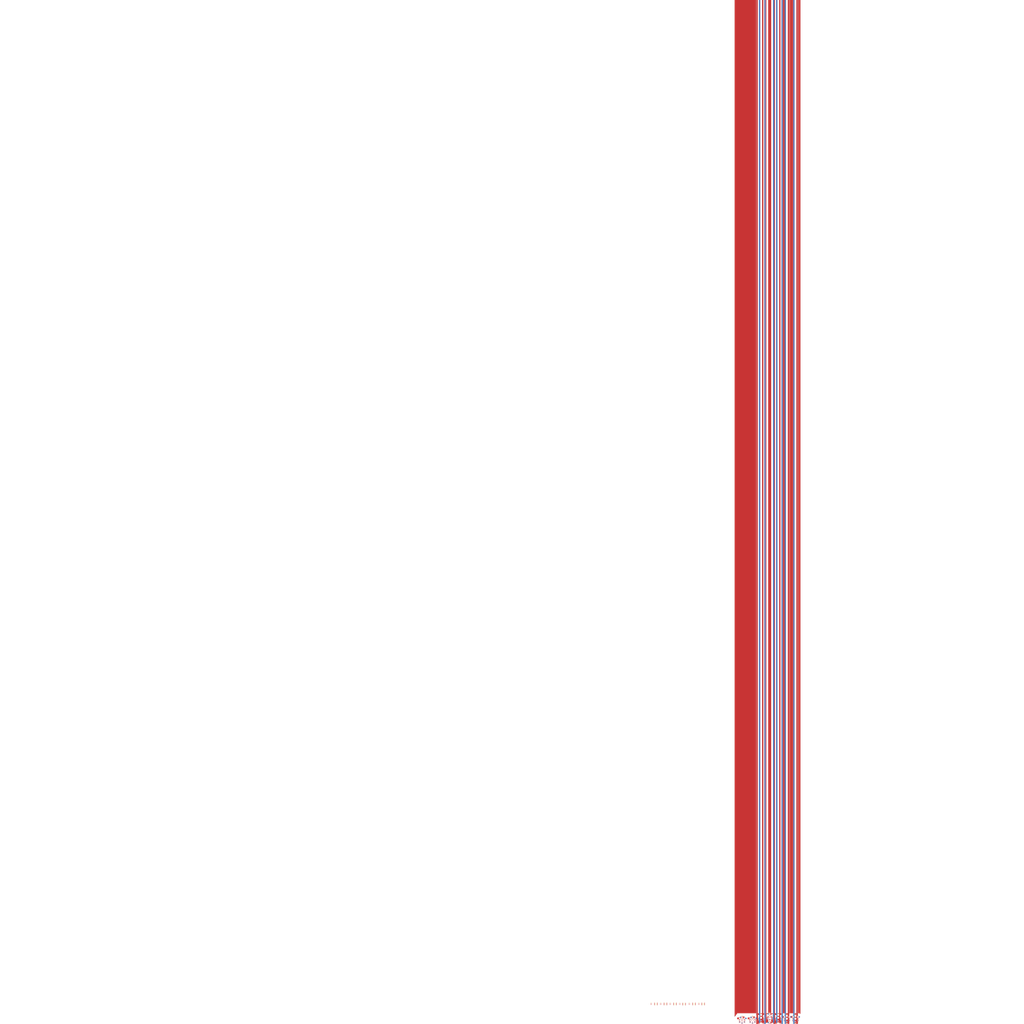
<source format=kicad_pcb>
(kicad_pcb (version 20211014) (generator pcbnew)
  (layers (0 "F.Cu" signal) (31 "B.Cu" signal) (34 "B.Paste" user) (35 "F.Paste" user) (36 "B.SilkS" user "B.Silkscreen") (37 "F.SilkS" user "F.Silkscreen") (38 "B.Mask" user) (39 "F.Mask" user) (44 "Edge.Cuts" user))
  (net 0 "")
  (net 2 "GND")
  (net 3 "+3V3")
  (net 10 "/4")
  (net 11 "/3")
  (net 12 "/2")
  (net 13 "/1")
  (net 14 "/MISO")
  (net 15 "Net-(IC1-Pad10)")
  (net 16 "/8")
  (net 17 "/7")
  (net 18 "/6")
  (net 19 "/5")
  (net 20 "/13")
  (net 21 "/14")
  (net 22 "/15")
  (net 23 "/16")
  (net 24 "Net-(IC2-Pad10)")
  (net 25 "/9")
  (net 26 "/10")
  (net 27 "/11")
  (net 28 "/12")
  (net 29 "/20")
  (net 30 "/19")
  (net 31 "/18")
  (net 32 "/17")
  (net 33 "Net-(IC3-Pad10)")
  (net 34 "/24")
  (net 35 "/23")
  (net 36 "/22")
  (net 37 "/21")
  (net 38 "/28")
  (net 39 "/27")
  (net 40 "/26")
  (net 41 "/25")
  (net 42 "Net-(IC4-Pad10)")
  (net 43 "/32")
  (net 44 "/31")
  (net 45 "/30")
  (net 46 "/29")
  (net 47 "/36")
  (net 48 "/35")
  (net 49 "/34")
  (net 50 "/33")
  (net 51 "Net-(IC5-Pad10)")
  (net 52 "/40")
  (net 53 "/39")
  (net 54 "/38")
  (net 55 "/37")
  (net 56 "/44")
  (net 57 "/43")
  (net 58 "/42")
  (net 59 "/41")
  (net 60 "/48")
  (net 61 "/47")
  (net 62 "/46")
  (net 63 "/45")
  (net 121 "/PL")
  (net 122 "/CLK")
  (net 123 "/CE")
  (footprint "Component_lib:Kailh_socket_PG1350_optional_reversible" (layer "F.Cu") (at 108 124)
    (fp_text reference "SW29")
    (fp_text value "SW_Push")
  )
  (footprint "Component_lib:Kailh_socket_PG1350_optional_reversible" (layer "F.Cu") (at 108 142)
    (fp_text reference "SW30")
    (fp_text value "SW_Push")
  )
  (footprint "Component_lib:Kailh_socket_PG1350_optional_reversible" (layer "F.Cu") (at 126 90)
    (fp_text reference "SW35")
    (fp_text value "SW_Push")
  )
  (footprint "Component_lib:SOP65P640X120-16N" (layer "F.Cu") (at -108.6 23)
    (fp_text reference "IC3")
    (fp_text value "SN74HC165PWR" hide)
  )
  (footprint "Component_lib:Kailh_socket_PG1350_optional_reversible" (layer "F.Cu") (at 54 129)
    (fp_text reference "SW8")
    (fp_text value "SW_Push")
  )
  (footprint "Component_lib:Kailh_socket_PG1350_optional_reversible" (layer "F.Cu") (at 126 126)
    (fp_text reference "SW37")
    (fp_text value "SW_Push")
  )
  (footprint "Component_lib:Kailh_socket_PG1350_optional_reversible" (layer "F.Cu") (at 108 52)
    (fp_text reference "SW25")
    (fp_text value "SW_Push")
  )
  (footprint "Component_lib:pmk-v1" (layer "F.Cu") (at 103.75 122.25)
    (fp_text reference "G***")
    (fp_text value "LOGO" hide)
  )
  (footprint "Component_lib:Kailh_socket_PG1350_optional_reversible" (layer "F.Cu") (at 72 106)
    (fp_text reference "SW13")
    (fp_text value "SW_Push")
  )
  (footprint "Component_lib:Kailh_socket_PG1350_optional_reversible" (layer "F.Cu") (at 162 143 -30)
    (fp_text reference "SW46")
    (fp_text value "SW_Push")
  )
  (footprint "Resistor_SMD:R_Array_Convex_8x0602" (layer "F.Cu") (at -78.6 23)
    (fp_text reference "RN5")
    (fp_text value "R_Network08")
  )
  (footprint "Component_lib:Kailh_socket_PG1350_optional_reversible" (layer "F.Cu") (at 32 57)
    (fp_text reference "SW1")
    (fp_text value "SW_Push")
  )
  (footprint "Component_lib:Kailh_socket_PG1350_optional_reversible" (layer "F.Cu") (at 72 70)
    (fp_text reference "SW15")
    (fp_text value "SW_Push")
  )
  (footprint "Resistor_SMD:R_Array_Convex_8x0602" (layer "F.Cu") (at -118.6 23)
    (fp_text reference "RN3")
    (fp_text value "R_Network08")
  )
  (footprint "Component_lib:SOP65P640X120-16N" (layer "F.Cu") (at -68.6 23)
    (fp_text reference "IC5")
    (fp_text value "SN74HC165PWR" hide)
  )
  (footprint "Component_lib:Kailh_socket_PG1350_optional_reversible" (layer "F.Cu") (at 90 121.8)
    (fp_text reference "SW32")
    (fp_text value "SW_Push")
  )
  (footprint "Resistor_SMD:R_Array_Convex_8x0602" (layer "F.Cu") (at -98.6 23)
    (fp_text reference "RN4")
    (fp_text value "R_Network08")
  )
  (footprint "Component_lib:Kailh_socket_PG1350_optional_reversible" (layer "F.Cu") (at 32 75)
    (fp_text reference "SW2")
    (fp_text value "SW_Push")
  )
  (footprint "Component_lib:Kailh_socket_PG1350_optional_reversible" (layer "F.Cu") (at 90 104)
    (fp_text reference "SW20")
    (fp_text value "SW_Push")
  )
  (footprint "Component_lib:Kailh_socket_PG1350_optional_reversible" (layer "F.Cu") (at 72 123.8)
    (fp_text reference "SW21")
    (fp_text value "SW_Push")
  )
  (footprint "Component_lib:QFN40P700X700X90-57N-D" (layer "F.Cu") (at 96.8 150.6)
    (fp_text reference "IC7")
    (fp_text value "ESP32-S2FH4" hide)
  )
  (footprint "Component_lib:Kailh_socket_PG1350_optional_reversible" (layer "F.Cu") (at 108 106)
    (fp_text reference "SW28")
    (fp_text value "SW_Push")
  )
  (footprint "Component_lib:Kailh_socket_PG1350_optional_reversible" (layer "F.Cu") (at 54 147)
    (fp_text reference "SW7")
    (fp_text value "SW_Push")
  )
  (footprint "Component_lib:Kailh_socket_PG1350_optional_reversible" (layer "F.Cu") (at 144 54)
    (fp_text reference "SW41")
    (fp_text value "SW_Push")
  )
  (footprint "Component_lib:Kailh_socket_PG1350_optional_reversible" (layer "F.Cu") (at 54 93)
    (fp_text reference "SW11")
    (fp_text value "SW_Push")
  )
  (footprint "Component_lib:Kailh_socket_PG1350_optional_reversible" (layer "F.Cu") (at 90 50)
    (fp_text reference "SW17")
    (fp_text value "SW_Push")
  )
  (footprint "Component_lib:Kailh_socket_PG1350_optional_reversible" (layer "F.Cu") (at 144 72)
    (fp_text reference "SW42")
    (fp_text value "SW_Push")
  )
  (footprint "Component_lib:Kailh_socket_PG1350_optional_reversible" (layer "F.Cu") (at 126 108)
    (fp_text reference "SW36")
    (fp_text value "SW_Push")
  )
  (footprint "Component_lib:Kailh_socket_PG1350_optional_reversible" (layer "F.Cu") (at 54 57)
    (fp_text reference "SW9")
    (fp_text value "SW_Push")
  )
  (footprint "Component_lib:Kailh_socket_PG1350_optional_reversible" (layer "F.Cu") (at 90 68)
    (fp_text reference "SW18")
    (fp_text value "SW_Push")
  )
  (footprint "Component_lib:SOP65P640X120-16N" (layer "F.Cu") (at -49.5 23)
    (fp_text reference "IC6")
    (fp_text value "SN74HC165PWR" hide)
  )
  (footprint "Component_lib:Kailh_socket_PG1350_optional_reversible" (layer "F.Cu") (at 126 72)
    (fp_text reference "SW34")
    (fp_text value "SW_Push")
  )
  (footprint "Resistor_SMD:R_Array_Convex_8x0602" (layer "F.Cu") (at -158.6 23)
    (fp_text reference "RN1")
    (fp_text value "R_Network08")
  )
  (footprint "Component_lib:Kailh_socket_PG1350_optional_reversible" (layer "F.Cu") (at 133 158 -30)
    (fp_text reference "SW38")
    (fp_text value "SW_Push")
  )
  (footprint "Component_lib:Kailh_socket_PG1350_optional_reversible" (layer "F.Cu") (at 72 88)
    (fp_text reference "SW14")
    (fp_text value "SW_Push")
  )
  (footprint "Component_lib:Kailh_socket_PG1350_optional_reversible" (layer "F.Cu") (at 54 111)
    (fp_text reference "SW12")
    (fp_text value "SW_Push")
  )
  (footprint "Component_lib:Kailh_socket_PG1350_optional_reversible" (layer "F.Cu") (at 54 75)
    (fp_text reference "SW10")
    (fp_text value "SW_Push")
  )
  (footprint "Component_lib:Kailh_socket_PG1350_optional_reversible" (layer "F.Cu") (at -113.6 178)
    (fp_text reference "SW24")
    (fp_text value "SW_Push")
  )
  (footprint "Component_lib:SOP65P640X120-16N" (layer "F.Cu") (at -89.5 23.25)
    (fp_text reference "IC4")
    (fp_text value "SN74HC165PWR" hide)
  )
  (footprint "Component_lib:Kailh_socket_PG1350_optional_reversible" (layer "F.Cu") (at 144 90)
    (fp_text reference "SW43")
    (fp_text value "SW_Push")
  )
  (footprint "Component_lib:Kailh_socket_PG1350_optional_reversible" (layer "F.Cu") (at 108 88)
    (fp_text reference "SW27")
    (fp_text value "SW_Push")
  )
  (footprint "Component_lib:Kailh_socket_PG1350_optional_reversible" (layer "F.Cu") (at 90 140)
    (fp_text reference "SW31")
    (fp_text value "SW_Push")
  )
  (footprint "Component_lib:Kailh_socket_PG1350_optional_reversible" (layer "F.Cu") (at 144 126)
    (fp_text reference "SW45")
    (fp_text value "SW_Push")
  )
  (footprint "Resistor_SMD:R_Array_Convex_8x0602" (layer "F.Cu") (at -58.6 23)
    (fp_text reference "RN6")
    (fp_text value "R_Network08")
  )
  (footprint "Component_lib:Kailh_socket_PG1350_optional_reversible" (layer "F.Cu") (at 72 52)
    (fp_text reference "SW16")
    (fp_text value "SW_Push")
  )
  (footprint "Component_lib:Kailh_socket_PG1350_optional_reversible" (layer "F.Cu") (at 169 167 -30)
    (fp_text reference "SW48")
    (fp_text value "SW_Push")
  )
  (footprint "Component_lib:Kailh_socket_PG1350_optional_reversible" (layer "F.Cu") (at 108 70)
    (fp_text reference "SW26")
    (fp_text value "SW_Push")
  )
  (footprint "Component_lib:Kailh_socket_PG1350_optional_reversible" (layer "F.Cu") (at 126 54)
    (fp_text reference "SW33")
    (fp_text value "SW_Push")
  )
  (footprint "Component_lib:Kailh_socket_PG1350_optional_reversible" (layer "F.Cu") (at 72 142)
    (fp_text reference "SW22")
    (fp_text value "SW_Push")
  )
  (footprint "Resistor_SMD:R_Array_Convex_8x0602" (layer "F.Cu") (at -138.6 23)
    (fp_text reference "RN2")
    (fp_text value "R_Network08")
  )
  (footprint "Component_lib:Kailh_socket_PG1350_optional_reversible" (layer "F.Cu") (at 36 147)
    (fp_text reference "SW6")
    (fp_text value "SW_Push")
  )
  (footprint "Component_lib:Kailh_socket_PG1350_optional_reversible" (layer "F.Cu") (at 32 93)
    (fp_text reference "SW3")
    (fp_text value "SW_Push")
  )
  (footprint "Component_lib:Kailh_socket_PG1350_optional_reversible" (layer "F.Cu") (at 90 86)
    (fp_text reference "SW19")
    (fp_text value "SW_Push")
  )
  (footprint "Component_lib:Kailh_socket_PG1350_optional_reversible" (layer "F.Cu") (at 32 111)
    (fp_text reference "SW4")
    (fp_text value "SW_Push")
  )
  (footprint "Component_lib:SOP65P640X120-16N" (layer "F.Cu") (at -128.6 23)
    (fp_text reference "IC2")
    (fp_text value "SN74HC165PWR" hide)
  )
  (footprint "Component_lib:Kailh_socket_PG1350_optional_reversible" (layer "F.Cu") (at 149 167 -30)
    (fp_text reference "SW39")
    (fp_text value "SW_Push")
  )
  (footprint "Component_lib:Kailh_socket_PG1350_optional_reversible" (layer "F.Cu") (at 144 108)
    (fp_text reference "SW44")
    (fp_text value "SW_Push")
  )
  (footprint "Component_lib:SOP65P640X120-16N" (layer "F.Cu") (at -148.6 23)
    (fp_text reference "IC1")
    (fp_text value "SN74HC165PWR" hide)
  )
  (footprint "Component_lib:Kailh_socket_PG1350_optional_reversible" (layer "F.Cu") (at 160 183 -30)
    (fp_text reference "SW40")
    (fp_text value "SW_Push")
  )
  (footprint "Component_lib:Kailh_socket_PG1350_optional_reversible" (layer "F.Cu") (at 32 129)
    (fp_text reference "SW5")
    (fp_text value "SW_Push")
  )
  (footprint "Component_lib:Kailh_socket_PG1350_optional_reversible" (layer "F.Cu") (at -113.5 158)
    (fp_text reference "SW23")
    (fp_text value "SW_Push")
  )
  (footprint "Component_lib:Kailh_socket_PG1350_optional_reversible" (layer "F.Cu") (at 178 152 -30)
    (fp_text reference "SW47")
    (fp_text value "SW_Push")
  )
  (gr_line (start 160 130) (end 155 121) (layer "Edge.Cuts") (width 0.1))
  (gr_line (start 16 50) (end 16 147) (layer "Edge.Cuts") (width 0.1))
  (gr_line (start 29 160) (end 103 160) (layer "Edge.Cuts") (width 0.1))
  (gr_line (start 190 153) (end 190 147) (layer "Edge.Cuts") (width 0.1))
  (gr_line (start 190 147) (end 160 130) (layer "Edge.Cuts") (width 0.1))
  (gr_line (start 103 160) (end 114 169) (layer "Edge.Cuts") (width 0.1))
  (gr_line (start 114 169) (end 162 197) (layer "Edge.Cuts") (width 0.1))
  (gr_line (start 16 147) (end 29 160) (layer "Edge.Cuts") (width 0.1))
  (gr_line (start 162 197) (end 165 196) (layer "Edge.Cuts") (width 0.1))
  (gr_line (start 155 44) (end 153 42) (layer "Edge.Cuts") (width 0.1))
  (gr_line (start 153 42) (end 22 42) (layer "Edge.Cuts") (width 0.1))
  (gr_line (start 22 42) (end 16 50) (layer "Edge.Cuts") (width 0.1))
  (gr_line (start 155 121) (end 155 44) (layer "Edge.Cuts") (width 0.1))
  (gr_line (start 165 196) (end 190 153) (layer "Edge.Cuts") (width 0.1))
  (dimension (type aligned) (layer "F.Cu") (pts (xy 54.6 155.6) (xy 54.6 65.2)) (height -51.4) (gr_text "90.4000 mm" (at 1.4 110.4 90) (layer "F.Cu") (effects (font (size 1.5 1.5) (thickness 0.3)))) (format (units 3) (units_format 1) (precision 4)) (style (thickness 0.2) (arrow_length 1.27) (text_position_mode 0) (extension_height 0.58642) (extension_offset 0.5) keep_text_aligned))
  (zone (net 2) (net_name "GND") (layer "F.Cu") (connect_pads (clearance 0.508)) (min_thickness 0.254) (fill yes (thermal_gap 0.508) (thermal_bridge_width 0.508))
    (polygon (pts (xy 159.6 119.6) (xy 199 145) (xy 171 199) (xy 11 188) (xy 12 36) (xy 160 38)))
  )
)
</source>
